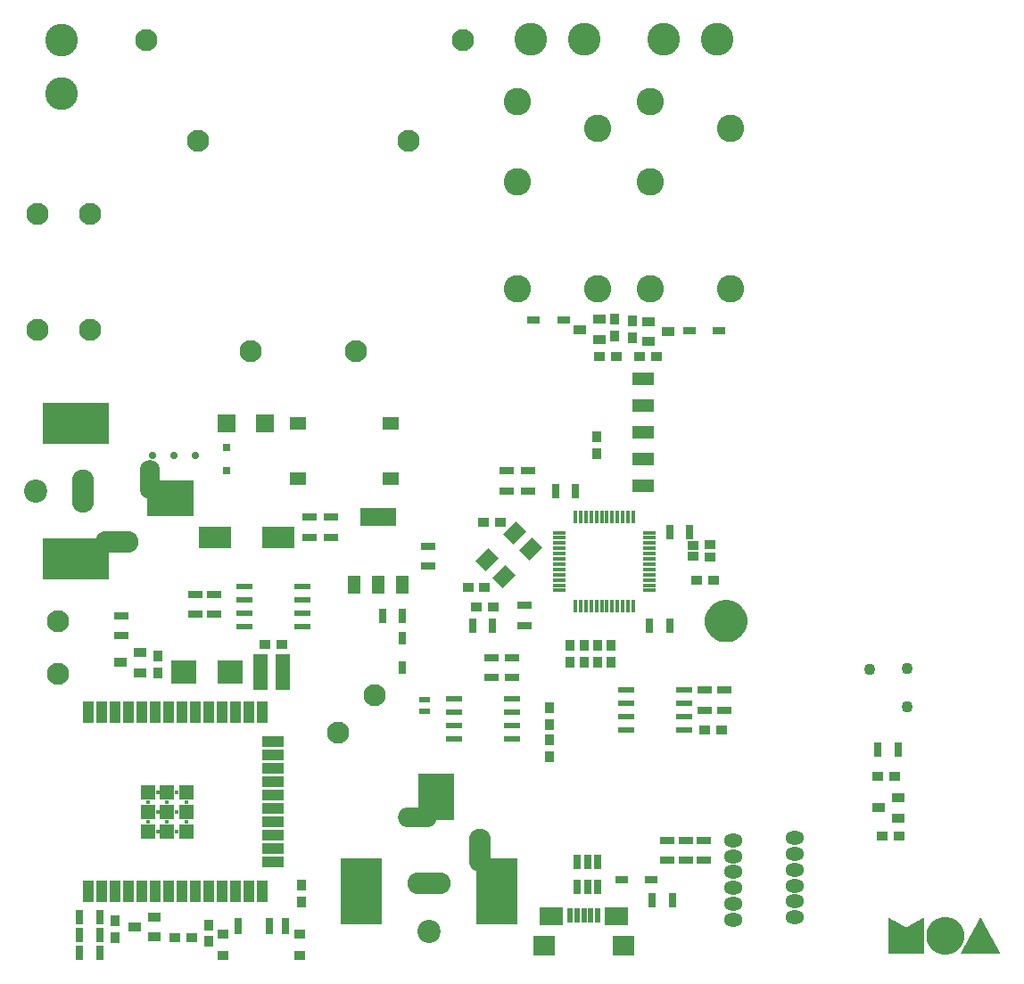
<source format=gts>
G04*
G04 #@! TF.GenerationSoftware,Altium Limited,Altium Designer,23.4.1 (23)*
G04*
G04 Layer_Color=8388736*
%FSLAX25Y25*%
%MOIN*%
G70*
G04*
G04 #@! TF.SameCoordinates,01ECF62D-24FD-4C24-98F2-6CFE089B3EF1*
G04*
G04*
G04 #@! TF.FilePolarity,Negative*
G04*
G01*
G75*
%ADD21R,0.03150X0.05512*%
%ADD22R,0.04194X0.03494*%
%ADD23R,0.05512X0.03150*%
G04:AMPARAMS|DCode=24|XSize=66.93mil|YSize=53.15mil|CornerRadius=0mil|HoleSize=0mil|Usage=FLASHONLY|Rotation=225.000|XOffset=0mil|YOffset=0mil|HoleType=Round|Shape=Rectangle|*
%AMROTATEDRECTD24*
4,1,4,0.00487,0.04245,0.04245,0.00487,-0.00487,-0.04245,-0.04245,-0.00487,0.00487,0.04245,0.0*
%
%ADD24ROTATEDRECTD24*%

%ADD25R,0.05118X0.01575*%
%ADD26R,0.01575X0.05118*%
%ADD27R,0.03494X0.04194*%
%ADD28R,0.04724X0.03543*%
%ADD29R,0.08268X0.04724*%
%ADD30R,0.02756X0.02756*%
%ADD31R,0.06693X0.06693*%
%ADD32R,0.17717X0.13386*%
%ADD33R,0.24803X0.15748*%
%ADD34R,0.03937X0.08268*%
%ADD35R,0.08268X0.03937*%
%ADD36R,0.05630X0.05630*%
%ADD37R,0.09252X0.08740*%
%ADD38R,0.07874X0.07480*%
%ADD39R,0.08661X0.06693*%
%ADD40R,0.01968X0.05709*%
%ADD41R,0.02756X0.05748*%
%ADD42R,0.04528X0.02559*%
%ADD43R,0.06299X0.02362*%
%ADD44R,0.04331X0.02362*%
%ADD45R,0.04331X0.03543*%
%ADD46R,0.03150X0.06299*%
%ADD47R,0.13386X0.17717*%
%ADD48R,0.15748X0.24803*%
%ADD49R,0.05512X0.13780*%
%ADD50R,0.02559X0.04528*%
%ADD51R,0.13386X0.06693*%
%ADD52R,0.05118X0.06693*%
%ADD53R,0.06496X0.05118*%
%ADD54R,0.12205X0.08268*%
%ADD55C,0.00118*%
%ADD56O,0.07087X0.05118*%
%ADD57C,0.10236*%
%ADD58C,0.08661*%
%ADD59O,0.08268X0.16142*%
%ADD60O,0.16142X0.08268*%
%ADD61O,0.07480X0.14567*%
%ADD62C,0.01575*%
%ADD63C,0.08268*%
%ADD64C,0.04331*%
%ADD65C,0.00394*%
%ADD66O,0.14567X0.07480*%
%ADD67C,0.12205*%
%ADD68C,0.02756*%
G36*
X279921Y129331D02*
Y128555D01*
X279619Y127034D01*
X279025Y125601D01*
X278163Y124311D01*
X277067Y123215D01*
X275777Y122353D01*
X274344Y121759D01*
X272823Y121457D01*
X272047D01*
X271272D01*
X269750Y121759D01*
X268318Y122353D01*
X267028Y123215D01*
X265931Y124311D01*
X265069Y125601D01*
X264476Y127034D01*
X264173Y128555D01*
Y129331D01*
D01*
Y130106D01*
X264476Y131628D01*
X265069Y133060D01*
X265931Y134350D01*
X267028Y135447D01*
X268318Y136309D01*
X269750Y136902D01*
X271272Y137205D01*
X272047D01*
D01*
X272823D01*
X274344Y136902D01*
X275777Y136309D01*
X277067Y135447D01*
X278163Y134350D01*
X279025Y133060D01*
X279619Y131628D01*
X279921Y130106D01*
Y129331D01*
D01*
D01*
D01*
D02*
G37*
D21*
X250984Y162598D02*
D03*
X258465D02*
D03*
X215748Y177953D02*
D03*
X208268D02*
D03*
X336260Y81260D02*
D03*
X328780D02*
D03*
X251969Y24803D02*
D03*
X244488D02*
D03*
X184843Y127559D02*
D03*
X177362D02*
D03*
X250984D02*
D03*
X243504D02*
D03*
X37992Y5118D02*
D03*
X30512D02*
D03*
X37992Y11811D02*
D03*
X30512D02*
D03*
X30512Y18504D02*
D03*
X37992D02*
D03*
X151181Y131102D02*
D03*
X143701D02*
D03*
D22*
X266142Y157832D02*
D03*
X259842Y157686D02*
D03*
X266142Y153232D02*
D03*
X259842Y153613D02*
D03*
X267324Y144685D02*
D03*
X261024D02*
D03*
X181496Y166358D02*
D03*
X187796D02*
D03*
X230926Y228225D02*
D03*
X224626D02*
D03*
X246063Y228346D02*
D03*
X239763D02*
D03*
X336575Y48937D02*
D03*
X330275D02*
D03*
X335080Y71417D02*
D03*
X328780D02*
D03*
X175590Y141949D02*
D03*
X181890D02*
D03*
X178740Y134468D02*
D03*
X185040D02*
D03*
X66141Y11024D02*
D03*
X72441D02*
D03*
X105906Y120472D02*
D03*
X99606D02*
D03*
X270473Y88583D02*
D03*
X264173D02*
D03*
D23*
X196850Y135236D02*
D03*
Y127756D02*
D03*
X80709Y139370D02*
D03*
Y131890D02*
D03*
X73622Y139370D02*
D03*
Y131890D02*
D03*
X46063Y131299D02*
D03*
Y123819D02*
D03*
X263779Y47244D02*
D03*
Y39764D02*
D03*
X257087Y47244D02*
D03*
Y39764D02*
D03*
X250000Y47244D02*
D03*
Y39764D02*
D03*
X192126Y108268D02*
D03*
Y115748D02*
D03*
X184252Y108268D02*
D03*
Y115748D02*
D03*
X160630Y157283D02*
D03*
Y149803D02*
D03*
X124409Y160630D02*
D03*
Y168110D02*
D03*
X116535Y160630D02*
D03*
Y168110D02*
D03*
X198031Y185433D02*
D03*
Y177953D02*
D03*
X190157Y185433D02*
D03*
Y177953D02*
D03*
X264173Y96063D02*
D03*
Y103543D02*
D03*
X271260Y96063D02*
D03*
Y103543D02*
D03*
D24*
X188912Y145999D02*
D03*
X199213Y156299D02*
D03*
X182788Y152123D02*
D03*
X193088Y162424D02*
D03*
D25*
X209842Y162421D02*
D03*
Y160453D02*
D03*
Y158484D02*
D03*
Y156516D02*
D03*
Y154547D02*
D03*
Y152579D02*
D03*
Y150610D02*
D03*
Y148642D02*
D03*
Y146673D02*
D03*
Y144705D02*
D03*
Y142736D02*
D03*
Y140768D02*
D03*
X243307D02*
D03*
Y142736D02*
D03*
Y144705D02*
D03*
Y146673D02*
D03*
Y148642D02*
D03*
Y150610D02*
D03*
Y152579D02*
D03*
Y154547D02*
D03*
Y156516D02*
D03*
Y158484D02*
D03*
Y160453D02*
D03*
Y162421D02*
D03*
D26*
X215748Y134862D02*
D03*
X217717D02*
D03*
X219685D02*
D03*
X221654D02*
D03*
X223622D02*
D03*
X225590D02*
D03*
X227559D02*
D03*
X229528D02*
D03*
X231496D02*
D03*
X233465D02*
D03*
X235433D02*
D03*
X237402D02*
D03*
Y168327D02*
D03*
X235433D02*
D03*
X233465D02*
D03*
X231496D02*
D03*
X229528D02*
D03*
X227559D02*
D03*
X225590D02*
D03*
X223622D02*
D03*
X221654D02*
D03*
X219685D02*
D03*
X217717D02*
D03*
X215748D02*
D03*
D27*
X230532Y242220D02*
D03*
Y235920D02*
D03*
X237185Y235135D02*
D03*
Y241435D02*
D03*
X59842Y109843D02*
D03*
Y116142D02*
D03*
X229134Y120295D02*
D03*
Y113995D02*
D03*
X224016Y120276D02*
D03*
Y113976D02*
D03*
X218898D02*
D03*
Y120276D02*
D03*
X213779Y113976D02*
D03*
Y120276D02*
D03*
X205906Y90551D02*
D03*
Y96851D02*
D03*
Y85040D02*
D03*
Y78740D02*
D03*
X78740Y9448D02*
D03*
Y15748D02*
D03*
X43701Y17323D02*
D03*
Y11023D02*
D03*
X113386Y30709D02*
D03*
Y24409D02*
D03*
X223622Y198229D02*
D03*
Y191929D02*
D03*
D28*
X242913Y241339D02*
D03*
Y233858D02*
D03*
X250354Y237598D02*
D03*
X45669Y113779D02*
D03*
X53110Y117520D02*
D03*
Y110039D02*
D03*
X328957Y59449D02*
D03*
X336398Y63189D02*
D03*
Y55709D02*
D03*
X51004Y14961D02*
D03*
X58445Y18701D02*
D03*
Y11220D02*
D03*
X224803Y234646D02*
D03*
Y242126D02*
D03*
X217362Y238386D02*
D03*
D29*
X240945Y179764D02*
D03*
Y189764D02*
D03*
Y199764D02*
D03*
Y209764D02*
D03*
Y219764D02*
D03*
D30*
X85433Y194095D02*
D03*
Y185433D02*
D03*
D31*
X99606Y203150D02*
D03*
X85433D02*
D03*
D32*
X64370Y175394D02*
D03*
D33*
X29134Y152559D02*
D03*
Y203346D02*
D03*
D34*
X33701Y28346D02*
D03*
X38701D02*
D03*
X43701D02*
D03*
X48701D02*
D03*
X53701D02*
D03*
X58701D02*
D03*
X63701D02*
D03*
X68701D02*
D03*
X73701D02*
D03*
X78701D02*
D03*
X83701D02*
D03*
X88701D02*
D03*
X93701D02*
D03*
X98701D02*
D03*
Y95276D02*
D03*
X93701D02*
D03*
X88701D02*
D03*
X83701D02*
D03*
X78701D02*
D03*
X73701D02*
D03*
X68701D02*
D03*
X63701D02*
D03*
X58701D02*
D03*
X53701D02*
D03*
X48701D02*
D03*
X43701D02*
D03*
X38701D02*
D03*
X33701D02*
D03*
D35*
X102638Y39311D02*
D03*
Y44311D02*
D03*
Y49311D02*
D03*
Y54311D02*
D03*
Y59311D02*
D03*
Y64311D02*
D03*
Y69311D02*
D03*
Y74311D02*
D03*
Y79311D02*
D03*
Y84311D02*
D03*
D36*
X56004Y50650D02*
D03*
Y57874D02*
D03*
Y65098D02*
D03*
X63228Y50650D02*
D03*
Y57874D02*
D03*
Y65098D02*
D03*
X70453Y50650D02*
D03*
Y57874D02*
D03*
Y65098D02*
D03*
D37*
X69410Y110236D02*
D03*
X86614D02*
D03*
D38*
X233858Y8071D02*
D03*
X203937D02*
D03*
D39*
X231102Y18809D02*
D03*
X206693D02*
D03*
D40*
X213779Y19291D02*
D03*
X216339D02*
D03*
X218898D02*
D03*
X221457D02*
D03*
X224016D02*
D03*
D41*
X224016Y39173D02*
D03*
X220276D02*
D03*
X216535D02*
D03*
Y29921D02*
D03*
X220276D02*
D03*
X224016D02*
D03*
D42*
X233071Y32677D02*
D03*
X244094D02*
D03*
X258268Y237795D02*
D03*
X269291D02*
D03*
X211240Y242004D02*
D03*
X200217D02*
D03*
D43*
X234842Y98563D02*
D03*
Y93563D02*
D03*
Y88563D02*
D03*
X256496D02*
D03*
Y93563D02*
D03*
Y98563D02*
D03*
Y103563D02*
D03*
X234842D02*
D03*
X170276Y100413D02*
D03*
X191929D02*
D03*
Y95413D02*
D03*
Y90413D02*
D03*
Y85413D02*
D03*
X170276D02*
D03*
Y90413D02*
D03*
Y95413D02*
D03*
X113583Y127146D02*
D03*
X91929D02*
D03*
Y132146D02*
D03*
Y137146D02*
D03*
Y142146D02*
D03*
X113583D02*
D03*
Y137146D02*
D03*
Y132146D02*
D03*
D44*
X159449Y95473D02*
D03*
Y99803D02*
D03*
D45*
X84055Y4331D02*
D03*
X112795D02*
D03*
X84055Y12205D02*
D03*
X112795D02*
D03*
D46*
X107283Y15157D02*
D03*
X101378D02*
D03*
X89567D02*
D03*
D47*
X163583Y63583D02*
D03*
D48*
X186417Y28346D02*
D03*
X135630D02*
D03*
D49*
X98228Y110236D02*
D03*
X106496D02*
D03*
D50*
X151181Y122835D02*
D03*
Y111811D02*
D03*
D51*
X142126Y168110D02*
D03*
D52*
X151181Y142913D02*
D03*
X142126D02*
D03*
X133071D02*
D03*
D53*
X146850Y182658D02*
D03*
X112205D02*
D03*
Y203169D02*
D03*
X146850D02*
D03*
D54*
X104724Y160630D02*
D03*
X81102D02*
D03*
D55*
X332688Y9460D02*
X345777D01*
X332688Y8988D02*
X345777D01*
X332688Y9342D02*
X345777D01*
X332688Y8870D02*
X345777D01*
X332688Y9224D02*
X345777D01*
X332688Y9106D02*
X345777D01*
X332688Y8752D02*
X345777D01*
X332688Y6747D02*
X345777D01*
X332688Y7101D02*
X345777D01*
X332688Y6512D02*
X345777D01*
X332688Y6158D02*
X345777D01*
X332688Y6394D02*
X345777D01*
X332688Y6865D02*
X345777D01*
X332688Y6983D02*
X345777D01*
X332688Y6276D02*
X345777D01*
X332688Y6629D02*
X345777D01*
X332688Y7219D02*
X345777D01*
X332688Y8162D02*
X345777D01*
X332688Y8044D02*
X345777D01*
X332688Y7691D02*
X345777D01*
X332688Y7573D02*
X345777D01*
X332688Y7455D02*
X345777D01*
X332688Y7337D02*
X345777D01*
X332688Y8398D02*
X345777D01*
X332688Y8280D02*
X345777D01*
X332688Y8634D02*
X345777D01*
X332688Y7809D02*
X345777D01*
X332688Y8516D02*
X345777D01*
X332688Y7927D02*
X345777D01*
X332688Y9695D02*
X345777D01*
X332688Y10049D02*
X345777D01*
X332688Y10521D02*
X345777D01*
X332688Y10403D02*
X345777D01*
X332688Y10167D02*
X345777D01*
X332688Y10285D02*
X345777D01*
X332688Y10639D02*
X345777D01*
X332688Y9577D02*
X345777D01*
X332688Y9931D02*
X345777D01*
X332688Y9813D02*
X345777D01*
X332688Y5215D02*
X345777D01*
X332688Y5568D02*
X345777D01*
X332688Y5922D02*
X345777D01*
X332688Y6040D02*
X345777D01*
X332688Y5804D02*
X345777D01*
X332688Y5333D02*
X345777D01*
X332688Y5686D02*
X345777D01*
X332688Y5450D02*
X345777D01*
X332688Y17360D02*
X334457D01*
X332688Y16888D02*
X335283D01*
X332688Y17006D02*
X335047D01*
X332688Y16298D02*
X336344D01*
X332688Y16534D02*
X335990D01*
X332688Y17124D02*
X334929D01*
X332688Y16417D02*
X336108D01*
X332688Y16770D02*
X335518D01*
X332688Y16181D02*
X336580D01*
X332688Y16652D02*
X335754D01*
X332688Y17596D02*
X333985D01*
X332688Y14176D02*
X345777D01*
X332688Y13940D02*
X345777D01*
X332688Y13822D02*
X345777D01*
X332688Y14294D02*
X345777D01*
X332688Y14058D02*
X345777D01*
X332688Y13704D02*
X345777D01*
X332688Y15237D02*
X338348D01*
X332688Y15001D02*
X338702D01*
X332688Y15473D02*
X337877D01*
X332688Y14884D02*
X338938D01*
X332688Y15119D02*
X338466D01*
X332688Y14766D02*
X339174D01*
X332688Y15355D02*
X338112D01*
X332688Y13587D02*
X345777D01*
X332688Y14412D02*
X345777D01*
X332688Y15709D02*
X337405D01*
X341060D02*
X345777D01*
X332688Y15827D02*
X337169D01*
X332688Y16063D02*
X336816D01*
X332688Y15945D02*
X337051D01*
X332688Y10875D02*
X345777D01*
X332688Y11582D02*
X345777D01*
X332688Y10992D02*
X345777D01*
X332688Y11228D02*
X345777D01*
X332688Y11464D02*
X345777D01*
X332688Y11346D02*
X345777D01*
X332688Y11700D02*
X345777D01*
X332688Y10757D02*
X345777D01*
X332688Y11818D02*
X345777D01*
X332688Y11110D02*
X345777D01*
X340825Y15591D02*
X345777D01*
X332688D02*
X337641D01*
X340117Y15237D02*
X345777D01*
X332688Y14530D02*
X345777D01*
X339292Y14766D02*
X345777D01*
X339528Y14884D02*
X345777D01*
X339763Y15001D02*
X345777D01*
X340353Y15355D02*
X345777D01*
X339999Y15119D02*
X345777D01*
X332688Y14648D02*
X345777D01*
X340589Y15473D02*
X345777D01*
X332688Y18185D02*
X332924D01*
X332688Y17949D02*
X333396D01*
X345305Y18067D02*
X345777D01*
X332688Y17831D02*
X333514D01*
X332688Y18067D02*
X333160D01*
X345541Y18185D02*
X345777D01*
X332688Y17242D02*
X334693D01*
X332688Y17714D02*
X333750D01*
X332688Y17478D02*
X334221D01*
X332688Y13115D02*
X345777D01*
X332688Y12054D02*
X345777D01*
X332688Y12172D02*
X345777D01*
X332688Y12643D02*
X345777D01*
X332688Y12407D02*
X345777D01*
X332688Y11936D02*
X345777D01*
X332688Y12997D02*
X345777D01*
X332688Y12879D02*
X345777D01*
X332688Y13351D02*
X345777D01*
X332688Y12289D02*
X345777D01*
X332688Y12525D02*
X345777D01*
X332688Y13233D02*
X345777D01*
X332688Y13469D02*
X345777D01*
X332688Y12761D02*
X345777D01*
X360280Y6040D02*
X373723D01*
X360163Y5804D02*
X373841D01*
X360516Y6512D02*
X373487D01*
X347192Y13822D02*
X360398D01*
X347546Y14648D02*
X360045D01*
X347664Y14766D02*
X360045D01*
X347428Y14412D02*
X360163D01*
X347074Y13351D02*
X360516D01*
X347074Y13115D02*
X360634D01*
X347310Y13940D02*
X360398D01*
X347192Y13469D02*
X360516D01*
X347310Y14176D02*
X360280D01*
X347192Y13587D02*
X360516D01*
X347074Y13233D02*
X360516D01*
X347546Y14530D02*
X360163D01*
X347310Y14058D02*
X360280D01*
X347074Y12997D02*
X360634D01*
X346956Y12761D02*
X360634D01*
X363936Y12879D02*
X369950D01*
X363818Y12525D02*
X370185D01*
X364172Y13115D02*
X369832D01*
X364290Y13351D02*
X369714D01*
X364407Y13587D02*
X369596D01*
X363818Y12643D02*
X370067D01*
X364054Y12997D02*
X369950D01*
X364172Y13233D02*
X369832D01*
X363936Y12761D02*
X370067D01*
X364290Y13469D02*
X369596D01*
X363700Y12289D02*
X370303D01*
X360398Y6276D02*
X373605D01*
X361578Y8398D02*
X372426D01*
X360045Y5568D02*
X373959D01*
X352498Y4979D02*
X355092D01*
X360398Y6394D02*
X373487D01*
X347781Y8516D02*
X359927D01*
X352027Y5097D02*
X355564D01*
X360280Y6158D02*
X373723D01*
X360045Y5686D02*
X373959D01*
X359809Y5215D02*
X374194D01*
X361460Y8280D02*
X372544D01*
X347781Y8398D02*
X359809D01*
Y5333D02*
X374077D01*
X360163Y5922D02*
X373841D01*
X347664Y8634D02*
X359927D01*
X361813Y8870D02*
X372190D01*
X361931Y9106D02*
X372072D01*
X361696Y8752D02*
X372190D01*
X361813Y8988D02*
X372072D01*
X361931Y9224D02*
X371954D01*
X361578Y8516D02*
X372426D01*
X366058Y16652D02*
X367945D01*
X366294Y17124D02*
X367591D01*
X365823Y16181D02*
X368181D01*
X366884Y18185D02*
X367120D01*
X365823Y16298D02*
X368063D01*
X366294Y17006D02*
X367709D01*
X366176Y16888D02*
X367709D01*
X365940Y16417D02*
X368063D01*
X366884Y18067D02*
X367120D01*
X366176Y16770D02*
X367827D01*
X347900Y8280D02*
X359809D01*
X351319Y5333D02*
X356271D01*
X347546Y8870D02*
X360045D01*
X347664Y8752D02*
X360045D01*
X346956Y12172D02*
X360752D01*
X347428Y9106D02*
X360163D01*
X351673Y5215D02*
X356036D01*
X347428Y14294D02*
X360280D01*
X347192Y13704D02*
X360398D01*
X346956Y12879D02*
X360634D01*
X364997Y14766D02*
X368888D01*
X365705Y15945D02*
X368299D01*
X365587Y15709D02*
X368417D01*
X365351Y15473D02*
X368534D01*
X365469Y15591D02*
X368534D01*
X365233Y15119D02*
X368770D01*
X365233Y15237D02*
X368652D01*
X364997Y14648D02*
X369006D01*
X365351Y15355D02*
X368652D01*
X365705Y16063D02*
X368181D01*
X365115Y15001D02*
X368770D01*
X365587Y15827D02*
X368299D01*
X365115Y14884D02*
X368888D01*
X364761Y14294D02*
X369242D01*
X364525Y13940D02*
X369360D01*
X364525Y13822D02*
X369478D01*
X364643Y14058D02*
X369360D01*
X364643Y14176D02*
X369242D01*
X364879Y14412D02*
X369124D01*
X364879Y14530D02*
X369124D01*
X347428Y9224D02*
X360280D01*
X347546Y8988D02*
X360163D01*
X359927Y5450D02*
X374077D01*
X346956Y12643D02*
X360634D01*
X346956Y12289D02*
X360752D01*
X346956Y12407D02*
X360634D01*
X346956Y12525D02*
X360634D01*
X366530Y17478D02*
X367473D01*
X366412Y17360D02*
X367473D01*
X366766Y17831D02*
X367237D01*
X366648Y17714D02*
X367355D01*
X366766Y17949D02*
X367237D01*
X366530Y17596D02*
X367355D01*
X352498Y18539D02*
X355092D01*
X352027Y18421D02*
X355682D01*
X350965Y18067D02*
X356625D01*
X366412Y17242D02*
X367591D01*
X353441Y18657D02*
X354149D01*
X351555Y18303D02*
X356036D01*
X351319Y18185D02*
X356389D01*
X365940Y16534D02*
X367945D01*
X364407Y13704D02*
X369478D01*
X363582Y12172D02*
X370421D01*
X362167Y9577D02*
X371836D01*
X362049Y9342D02*
X371954D01*
X363700Y12407D02*
X370185D01*
X362167Y9460D02*
X371836D01*
X361696Y8634D02*
X372308D01*
X362993Y10992D02*
X371011D01*
X362875Y10757D02*
X371129D01*
X362875Y10875D02*
X371129D01*
X346956D02*
X360634D01*
X346956Y11110D02*
X360634D01*
X346956Y10992D02*
X360634D01*
X362993Y11110D02*
X370893D01*
X346956Y10757D02*
X360634D01*
X363464Y11936D02*
X370539D01*
X346956Y11818D02*
X360752D01*
X346956Y11700D02*
X360752D01*
X346956Y12054D02*
X360752D01*
X363346Y11700D02*
X370657D01*
X346956Y11936D02*
X360752D01*
X363464Y11818D02*
X370539D01*
X346956Y11582D02*
X360752D01*
X363582Y12054D02*
X370421D01*
X363228Y11582D02*
X370657D01*
X347310Y9342D02*
X360280D01*
X347192Y9931D02*
X360516D01*
X347074Y10521D02*
X360634D01*
X347192Y9813D02*
X360398D01*
X346956Y10639D02*
X360634D01*
X347192Y9695D02*
X360398D01*
X347074Y10285D02*
X360516D01*
X347074Y10403D02*
X360634D01*
X347310Y9577D02*
X360398D01*
X347310Y9460D02*
X360280D01*
X347192Y10049D02*
X360516D01*
X347074Y10167D02*
X360516D01*
X362403Y9931D02*
X371600D01*
X362403Y10049D02*
X371482D01*
X362639Y10403D02*
X371364D01*
X362757Y10639D02*
X371247D01*
X362285Y9813D02*
X371718D01*
X362521Y10285D02*
X371364D01*
X362639Y10521D02*
X371247D01*
X362285Y9695D02*
X371718D01*
X362521Y10167D02*
X371482D01*
X363110Y11228D02*
X370893D01*
X346956Y11464D02*
X360752D01*
X346956Y11228D02*
X360752D01*
X363110Y11346D02*
X370775D01*
X346956D02*
X360752D01*
X363228Y11464D02*
X370775D01*
X348489Y7337D02*
X359101D01*
X348135Y7927D02*
X359573D01*
X348725Y7101D02*
X358865D01*
X348489Y7455D02*
X359219D01*
X347900Y8162D02*
X359691D01*
X348017Y8044D02*
X359691D01*
X348253Y7691D02*
X359337D01*
X348843Y6983D02*
X358748D01*
X348371Y7573D02*
X359337D01*
X348135Y7809D02*
X359455D01*
X348607Y7219D02*
X358983D01*
X361106Y7573D02*
X372897D01*
X361460Y8162D02*
X372544D01*
X360870Y7101D02*
X373133D01*
X360988Y7455D02*
X373015D01*
X360988Y7337D02*
X373015D01*
X361342Y8044D02*
X372661D01*
X361224Y7927D02*
X372661D01*
X360752Y6983D02*
X373251D01*
X361106Y7691D02*
X372779D01*
X360870Y7219D02*
X373133D01*
X361224Y7809D02*
X372779D01*
X350022Y6040D02*
X357686D01*
X350494Y5686D02*
X357097D01*
X350140Y5922D02*
X357451D01*
X351083Y5450D02*
X356625D01*
X350376Y5804D02*
X357333D01*
X350847Y5568D02*
X356861D01*
X360516Y6629D02*
X373369D01*
X349314Y6512D02*
X358276D01*
X349432Y6394D02*
X358158D01*
X360634Y6865D02*
X373251D01*
X349079Y6747D02*
X358512D01*
X360634D02*
X373369D01*
X349786Y6158D02*
X357804D01*
X349668Y6276D02*
X358040D01*
X348961Y6865D02*
X358748D01*
X349197Y6629D02*
X358394D01*
X348253Y15827D02*
X359455D01*
X347900Y15355D02*
X359691D01*
X348017Y15473D02*
X359691D01*
X347664Y14884D02*
X359927D01*
X348135Y15591D02*
X359573D01*
X347781Y15001D02*
X359927D01*
X348371Y15945D02*
X359337D01*
X347900Y15237D02*
X359809D01*
X348371Y16063D02*
X359219D01*
X348135Y15709D02*
X359455D01*
X347781Y15119D02*
X359809D01*
X348489Y16181D02*
X359101D01*
X348607Y16298D02*
X358983D01*
X348961Y16652D02*
X358748D01*
X348725Y16417D02*
X358983D01*
X349432Y17124D02*
X358158D01*
X349668Y17242D02*
X358040D01*
X349197Y16888D02*
X358394D01*
X349786Y17360D02*
X357922D01*
X349314Y17006D02*
X358276D01*
X349904Y17478D02*
X357686D01*
X349079Y16770D02*
X358512D01*
X348843Y16534D02*
X358865D01*
X350140Y17596D02*
X357569D01*
X344834Y17831D02*
X345777D01*
X345070Y17949D02*
X345777D01*
X344480Y17596D02*
X345777D01*
X344716Y17714D02*
X345777D01*
X350494Y17831D02*
X357097D01*
X350729Y17949D02*
X356861D01*
X350376Y17714D02*
X357333D01*
X343537Y17124D02*
X345777D01*
X343183Y16888D02*
X345777D01*
X344008Y17360D02*
X345777D01*
X343419Y17006D02*
X345777D01*
X342122Y16298D02*
X345777D01*
X341414Y15945D02*
X345777D01*
X342475Y16534D02*
X345777D01*
X343773Y17242D02*
X345777D01*
X342711Y16652D02*
X345777D01*
X344244Y17478D02*
X345777D01*
X341178Y15827D02*
X345777D01*
X341650Y16063D02*
X345777D01*
X342947Y16770D02*
X345777D01*
X342357Y16417D02*
X345777D01*
X341886Y16181D02*
X345777D01*
D56*
X297702Y18576D02*
D03*
Y24481D02*
D03*
Y30387D02*
D03*
Y36292D02*
D03*
Y42198D02*
D03*
Y48103D02*
D03*
X274803Y17717D02*
D03*
Y23622D02*
D03*
Y29528D02*
D03*
Y35433D02*
D03*
Y41339D02*
D03*
Y47244D02*
D03*
D57*
X194055Y323583D02*
D03*
Y293583D02*
D03*
X224055Y313583D02*
D03*
X194055Y253583D02*
D03*
X224055D02*
D03*
X243661Y323583D02*
D03*
Y293583D02*
D03*
X273661Y313583D02*
D03*
X243661Y253583D02*
D03*
X273661D02*
D03*
D58*
X14173Y177953D02*
D03*
X161024Y13386D02*
D03*
D59*
X31890Y177953D02*
D03*
X179921Y43701D02*
D03*
D60*
X44488Y159055D02*
D03*
X161024Y31102D02*
D03*
D61*
X56693Y182283D02*
D03*
D62*
X56004Y54262D02*
D03*
Y61486D02*
D03*
X59616Y50650D02*
D03*
Y57874D02*
D03*
Y65098D02*
D03*
X63228Y54262D02*
D03*
Y61486D02*
D03*
X66840Y50650D02*
D03*
Y57874D02*
D03*
Y65098D02*
D03*
X70453Y54262D02*
D03*
Y61486D02*
D03*
D63*
X22441Y129134D02*
D03*
Y109449D02*
D03*
X140818Y101448D02*
D03*
X126899Y87529D02*
D03*
X55512Y346457D02*
D03*
X173622D02*
D03*
X34252Y238189D02*
D03*
X14567D02*
D03*
Y281496D02*
D03*
X34252D02*
D03*
X153543Y309055D02*
D03*
X74803D02*
D03*
X133858Y230315D02*
D03*
X94488D02*
D03*
D64*
X339706Y111430D02*
D03*
X325591Y111417D02*
D03*
X339764Y97244D02*
D03*
D65*
X104331Y8268D02*
D03*
X92520D02*
D03*
D66*
X156693Y55905D02*
D03*
D67*
X248661Y346850D02*
D03*
X268661D02*
D03*
X199055D02*
D03*
X219055D02*
D03*
X23622Y346614D02*
D03*
Y326614D02*
D03*
D68*
X57874Y191339D02*
D03*
X65748D02*
D03*
X73622D02*
D03*
M02*

</source>
